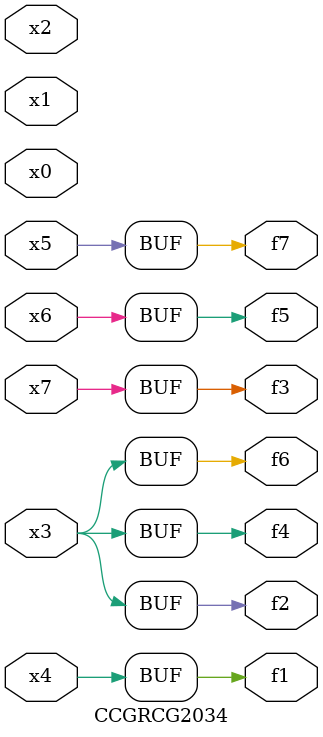
<source format=v>
module CCGRCG2034(
	input x0, x1, x2, x3, x4, x5, x6, x7,
	output f1, f2, f3, f4, f5, f6, f7
);
	assign f1 = x4;
	assign f2 = x3;
	assign f3 = x7;
	assign f4 = x3;
	assign f5 = x6;
	assign f6 = x3;
	assign f7 = x5;
endmodule

</source>
